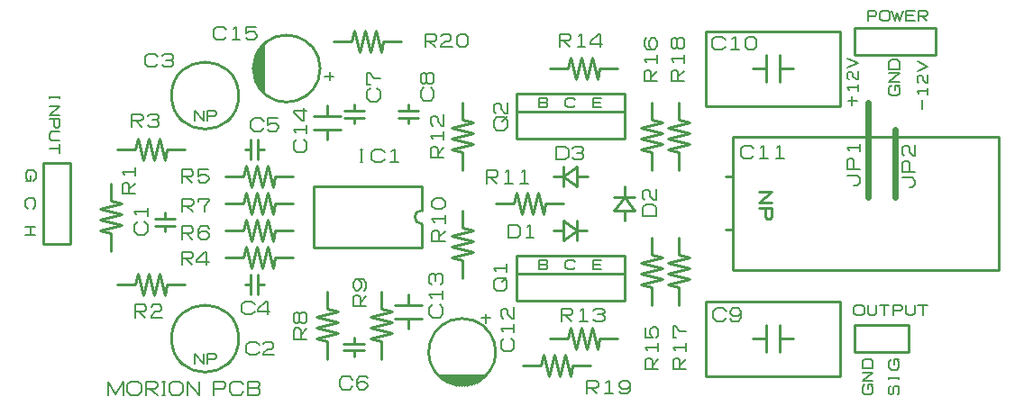
<source format=gto>
G71*G90*G75*D02*
%ASAXBY*OFA0B0*MOMM*FSLAX43Y43*IPPOS*%
%ADD11C,0.150*%
%ADD12C,0.200*%
%ADD13C,0.250*%
%ADD14C,0.600*%
%ADD25C,0.175*%
G54D11*
G01X185040Y106039D02*
X185658D01*
X185796Y106176D01*
Y106314D01*
X185658Y106452D01*
X185040D01*
Y105558D01*
X185658D01*
X185796Y105695D01*
Y105902D01*
X185658Y106039D01*
X188404Y105764D02*
X188198Y105558D01*
X187717D01*
X187511Y105764D01*
Y106245D01*
X187717Y106452D01*
X188198D01*
X188404Y106245D01*
X190120Y106039D02*
X190738D01*
X190876Y106452D02*
X190120D01*
Y105558D01*
X190876D01*
G54D13*
X193040Y105210D02*
X182880D01*
X193040Y102670D02*
Y106880D01*
X182880D01*
X193040Y102670D02*
X182880D01*
Y106880D02*
Y102670D01*
X188595Y109220D02*
X189547D01*
X187325D02*
X186372D01*
X188595Y110173D02*
Y108268D01*
Y109220D02*
X187325Y110173D01*
Y108268D01*
X188595Y109220D01*
X193040Y112395D02*
Y113347D01*
Y111125D02*
Y110172D01*
X192087Y112395D02*
X193992D01*
X193040D02*
X192087Y111125D01*
X193992D01*
X193040Y112395D01*
X187325Y114300D02*
X186373D01*
X188595D02*
X189548D01*
X187325Y113347D02*
Y115252D01*
Y114300D02*
X188595Y113347D01*
Y115252D01*
X187325Y114300D01*
G54D11*
X185040Y121279D02*
X185658D01*
X185796Y121416D01*
Y121554D01*
X185658Y121692D01*
X185040D01*
Y120798D01*
X185658D01*
X185796Y120935D01*
Y121142D01*
X185658Y121279D01*
X188404Y121004D02*
X188198Y120798D01*
X187717D01*
X187511Y121004D01*
Y121485D01*
X187717Y121692D01*
X188198D01*
X188404Y121485D01*
X190120Y121279D02*
X190738D01*
X190876Y121692D02*
X190120D01*
Y120798D01*
X190876D01*
G54D13*
X193040Y120450D02*
X182880D01*
X193040Y117910D02*
Y122120D01*
X182880D01*
X193040Y117910D02*
X182880D01*
Y122120D02*
Y117910D01*
X195580Y119610D02*
X196580Y119360D01*
X194580Y118860D01*
X196580Y118360D01*
X194580Y117860D01*
X196580Y117360D01*
X194580Y116860D01*
X195580Y116610D01*
Y121285D02*
Y119610D01*
Y116610D02*
Y114935D01*
Y106910D02*
X196580Y106660D01*
X194580Y106160D01*
X196580Y105660D01*
X194580Y105160D01*
X196580Y104660D01*
X194580Y104160D01*
X195580Y103910D01*
Y108585D02*
Y106910D01*
Y103910D02*
Y102235D01*
X190730Y124460D02*
X190480Y123460D01*
X189980Y125460D01*
X189480Y123460D01*
X188980Y125460D01*
X188480Y123460D01*
X187980Y125460D01*
X187730Y124460D01*
X192405D02*
X190730D01*
X187730D02*
X186055D01*
X190730Y99060D02*
X190480Y98060D01*
X189980Y100060D01*
X189480Y98060D01*
X188980Y100060D01*
X188480Y98060D01*
X187980Y100060D01*
X187730Y99060D01*
X192405D02*
X190730D01*
X187730D02*
X186055D01*
X200660Y127970D02*
X213260D01*
Y120950D01*
X200660Y127970D02*
Y120950D01*
X206315Y125730D02*
Y123190D01*
X207585Y125730D02*
Y123190D01*
Y124460D02*
X208855D01*
X206315D02*
X205045D01*
X213260Y120950D02*
X200660D01*
Y102570D02*
X213260D01*
Y95550D01*
X200660Y102570D02*
Y95550D01*
X206315Y100330D02*
Y97790D01*
X207585Y100330D02*
Y97790D01*
Y99060D02*
X208855D01*
X206315D02*
X205045D01*
X213260Y95550D02*
X200660D01*
X198120Y119610D02*
X199120Y119360D01*
X197120Y118860D01*
X199120Y118360D01*
X197120Y117860D01*
X199120Y117360D01*
X197120Y116860D01*
X198120Y116610D01*
Y121285D02*
Y119610D01*
Y116610D02*
Y114935D01*
Y106910D02*
X199120Y106660D01*
X197120Y106160D01*
X199120Y105660D01*
X197120Y105160D01*
X199120Y104660D01*
X197120Y104160D01*
X198120Y103910D01*
Y108585D02*
Y106910D01*
Y103910D02*
Y102235D01*
X177800Y109450D02*
X178800Y109200D01*
X176800Y108700D01*
X178800Y108200D01*
X176800Y107700D01*
X178800Y107200D01*
X176800Y106700D01*
X177800Y106450D01*
Y111125D02*
Y109450D01*
Y106450D02*
Y104775D01*
X176059Y95185D02*
G02X179541Y95185I1741J2625D01*
G01X175603Y95605D02*
Y95552D01*
X175840Y95605D02*
Y95344D01*
X176077Y95605D02*
Y95173D01*
X176314Y95605D02*
Y95032D01*
X176551Y95605D02*
Y94918D01*
X176788Y95605D02*
Y94827D01*
X177025Y95605D02*
Y94757D01*
X177262Y95605D02*
Y94706D01*
X177499Y95605D02*
Y94674D01*
X177736Y95605D02*
Y94661D01*
X177973Y95605D02*
Y94665D01*
X178210Y95605D02*
Y94687D01*
X178447Y95605D02*
Y94727D01*
X178684Y95605D02*
Y94787D01*
X178921Y95605D02*
Y94866D01*
X179158Y95605D02*
Y94968D01*
X179395Y95605D02*
Y95094D01*
X179632Y95605D02*
Y95248D01*
X179869Y95605D02*
Y95435D01*
X180050Y95605D02*
G02X175550Y95605I-2250J2205D01*
G01X180050D01*
G54D11*
X179594Y100980D02*
X180419D01*
X180044Y101355D02*
Y100530D01*
G54D13*
X173990Y111125D02*
Y113347D01*
X163830D01*
Y107632D01*
X173990D01*
Y109855D01*
G02X173990Y111125I0J635D01*
G01X172720Y102235D02*
Y103187D01*
X173990Y102235D02*
X171450D01*
X173990Y100965D02*
X171450D01*
X172720D02*
Y100012D01*
X165100Y118745D02*
Y117793D01*
X163830Y118745D02*
X166370D01*
X163830Y120015D02*
X166370D01*
X165100D02*
Y120968D01*
X170410Y127000D02*
X170160Y126000D01*
X169660Y128000D01*
X169160Y126000D01*
X168660Y128000D01*
X168160Y126000D01*
X167660Y128000D01*
X167410Y127000D01*
X172085D02*
X170410D01*
X167410D02*
X165735D01*
X170180Y101830D02*
X171180Y101580D01*
X169180Y101080D01*
X171180Y100580D01*
X169180Y100080D01*
X171180Y99580D01*
X169180Y99080D01*
X170180Y98830D01*
Y103505D02*
Y101830D01*
Y98830D02*
Y97155D01*
X165100Y101830D02*
X166100Y101580D01*
X164100Y101080D01*
X166100Y100580D01*
X164100Y100080D01*
X166100Y99580D01*
X164100Y99080D01*
X165100Y98830D01*
Y103505D02*
Y101830D01*
Y98830D02*
Y97155D01*
X166687Y97953D02*
X168592D01*
X166687Y98588D02*
X168592D01*
X167640Y97953D02*
Y97381D01*
Y98588D02*
Y99156D01*
X188190Y96520D02*
X187940Y95520D01*
X187440Y97520D01*
X186940Y95520D01*
X186440Y97520D01*
X185940Y95520D01*
X185440Y97520D01*
X185190Y96520D01*
X189865D02*
X188190D01*
X185190D02*
X183515D01*
X160250Y114300D02*
X160000Y113300D01*
X159500Y115300D01*
X159000Y113300D01*
X158500Y115300D01*
X158000Y113300D01*
X157500Y115300D01*
X157250Y114300D01*
X161925D02*
X160250D01*
X157250D02*
X155575D01*
X160250Y111760D02*
X160000Y110760D01*
X159500Y112760D01*
X159000Y110760D01*
X158500Y112760D01*
X158000Y110760D01*
X157500Y112760D01*
X157250Y111760D01*
X161925D02*
X160250D01*
X157250D02*
X155575D01*
X160250Y109220D02*
X160000Y108220D01*
X159500Y110220D01*
X159000Y108220D01*
X158500Y110220D01*
X158000Y108220D01*
X157500Y110220D01*
X157250Y109220D01*
X161925D02*
X160250D01*
X157250D02*
X155575D01*
X160250Y106680D02*
X160000Y105680D01*
X159500Y107680D01*
X159000Y105680D01*
X158500Y107680D01*
X158000Y105680D01*
X157500Y107680D01*
X157250Y106680D01*
X161925D02*
X160250D01*
X157250D02*
X155575D01*
X156800Y99060D02*
G02X150500Y99060I-3150J0D01*
X156800Y99060I3150J0D01*
G54D11*
G01X152694Y96677D02*
Y97652D01*
X153519Y96677D01*
Y97652D01*
X153894Y96677D02*
Y97652D01*
X154569D01*
X154719Y97502D01*
Y97277D01*
X154569Y97127D01*
X153894D01*
G54D13*
X156800Y121920D02*
G02X150500Y121920I-3150J0D01*
X156800Y121920I3150J0D01*
G54D11*
G01X152694Y119537D02*
Y120512D01*
X153519Y119537D01*
Y120512D01*
X153894Y119537D02*
Y120512D01*
X154569D01*
X154719Y120362D01*
Y120137D01*
X154569Y119987D01*
X153894D01*
G54D13*
X158587Y115887D02*
Y117792D01*
X157952Y115887D02*
Y117792D01*
X158587Y116840D02*
X159159D01*
X157952D02*
X157384D01*
X158587Y103187D02*
Y105092D01*
X157952Y103187D02*
Y105092D01*
X158587Y104140D02*
X159159D01*
X157952D02*
X157384D01*
X158685Y122719D02*
G03X158685Y126201I2625J1741D01*
G01X159105Y126657D02*
X159052D01*
X159105Y126420D02*
X158844D01*
X159105Y126183D02*
X158673D01*
X159105Y125946D02*
X158532D01*
X159105Y125709D02*
X158418D01*
X159105Y125472D02*
X158327D01*
X159105Y125235D02*
X158257D01*
X159105Y124998D02*
X158206D01*
X159105Y124761D02*
X158174D01*
X159105Y124524D02*
X158161D01*
X159105Y124287D02*
X158165D01*
X159105Y124050D02*
X158187D01*
X159105Y123813D02*
X158227D01*
X159105Y123576D02*
X158287D01*
X159105Y123339D02*
X158366D01*
X159105Y123102D02*
X158468D01*
X159105Y122865D02*
X158594D01*
X159105Y122628D02*
X158748D01*
X159105Y122391D02*
X158935D01*
X159105Y122210D02*
G02X159105Y126710I2205J2250D01*
G01Y122210D01*
G54D11*
X165340Y124158D02*
Y123333D01*
X165715Y123708D02*
X164890D01*
G54D13*
X173673Y120487D02*
X171768D01*
X173673Y119852D02*
X171768D01*
X172720Y120487D02*
Y121059D01*
Y119852D02*
Y119284D01*
X168593Y120487D02*
X166688D01*
X168593Y119852D02*
X166688D01*
X167640Y120487D02*
Y121059D01*
Y119852D02*
Y119284D01*
X177800Y119610D02*
X178800Y119360D01*
X176800Y118860D01*
X178800Y118360D01*
X176800Y117860D01*
X178800Y117360D01*
X176800Y116860D01*
X177800Y116610D01*
Y121285D02*
Y119610D01*
Y116610D02*
Y114935D01*
X185650Y111760D02*
X185400Y110760D01*
X184900Y112760D01*
X184400Y110760D01*
X183900Y112760D01*
X183400Y110760D01*
X182900Y112760D01*
X182650Y111760D01*
X187325D02*
X185650D01*
X182650D02*
X180975D01*
X150090Y116840D02*
X149840Y115840D01*
X149340Y117840D01*
X148840Y115840D01*
X148340Y117840D01*
X147840Y115840D01*
X147340Y117840D01*
X147090Y116840D01*
X151765D02*
X150090D01*
X147090D02*
X145415D01*
X150090Y104140D02*
X149840Y103140D01*
X149340Y105140D01*
X148840Y103140D01*
X148340Y105140D01*
X147840Y103140D01*
X147340Y105140D01*
X147090Y104140D01*
X151765D02*
X150090D01*
X147090D02*
X145415D01*
X144780Y111990D02*
X145780Y111740D01*
X143780Y111240D01*
X145780Y110740D01*
X143780Y110240D01*
X145780Y109740D01*
X143780Y109240D01*
X144780Y108990D01*
Y113665D02*
Y111990D01*
Y108990D02*
Y107315D01*
X150813Y110327D02*
X148908D01*
X150813Y109692D02*
X148908D01*
X149860Y110327D02*
Y110899D01*
Y109692D02*
Y109124D01*
G54D14*
X218440Y118745D02*
Y112395D01*
X215900Y121285D02*
Y112395D01*
G54D13*
X228200Y118050D02*
X203200D01*
X228200Y105550D02*
Y118050D01*
X203200D02*
Y105550D01*
X205674Y112880D02*
X206892D01*
X205674Y111849D01*
X206892D01*
X205674Y111380D02*
X206892D01*
Y110537D01*
X206705Y110349D01*
X206424D01*
X206236Y110537D01*
Y111380D01*
X203200Y114300D02*
X202565D01*
X203200Y109300D02*
X202565D01*
X203200Y105550D02*
X228200D01*
G54D25*
X146784Y118966D02*
Y120184D01*
X147628D01*
X147816Y119997D01*
Y119716D01*
X147628Y119528D01*
X146784D01*
X147160D02*
X147722Y118966D01*
X148284Y119153D02*
X148472Y118966D01*
X149128D01*
X149316Y119153D01*
Y119434D01*
X149128Y119622D01*
X148660D01*
X149128D02*
X149316Y119810D01*
Y119997D01*
X149128Y120184D01*
X148472D01*
X148284Y119997D01*
X151500Y108397D02*
Y109616D01*
X152344D01*
X152532Y109428D01*
Y109147D01*
X152344Y108959D01*
X151500D01*
X151876D02*
X152438Y108397D01*
X153000Y108866D02*
X153282Y109147D01*
X153750D01*
X154032Y108866D01*
Y108678D01*
X153750Y108397D01*
X153282D01*
X153000Y108678D01*
Y109334D01*
X153282Y109616D01*
X153844D01*
X154032Y109428D01*
X151530Y110997D02*
Y112216D01*
X152374D01*
X152562Y112028D01*
Y111747D01*
X152374Y111559D01*
X151530D01*
X151906D02*
X152468Y110997D01*
X153593D02*
Y111559D01*
X154062Y112028D01*
Y112216D01*
X153030D01*
Y111934D01*
X151464Y106008D02*
Y107226D01*
X152307D01*
X152495Y107039D01*
Y106758D01*
X152307Y106570D01*
X151464D01*
X151838D02*
X152401Y106008D01*
X153807D02*
Y107226D01*
X153620D01*
X152870Y106476D01*
Y106289D01*
X153995D01*
X151476Y113748D02*
Y114966D01*
X152319D01*
X152507Y114779D01*
Y114498D01*
X152319Y114310D01*
X151476D01*
X151850D02*
X152413Y113748D01*
X152976Y113935D02*
X153163Y113748D01*
X153726D01*
X154007Y114029D01*
Y114216D01*
X153726Y114498D01*
X153257D01*
X152976Y114310D01*
Y114966D01*
X153913D01*
X176073Y116084D02*
X174854D01*
Y116927D01*
X175042Y117115D01*
X175323D01*
X175511Y116927D01*
Y116084D01*
Y116458D02*
X176073Y117021D01*
Y117771D02*
Y118521D01*
Y118146D02*
X174854D01*
X175042Y117865D01*
Y119084D02*
X174854Y119271D01*
Y119834D01*
X175042Y120021D01*
X175323D01*
X175511Y119834D01*
Y119458D01*
X175886Y119084D01*
X176073D01*
Y120115D01*
X147086Y101044D02*
Y102262D01*
X147930D01*
X148118Y102075D01*
Y101794D01*
X147930Y101606D01*
X147086D01*
X147462D02*
X148024Y101044D01*
X148586Y102075D02*
X148774Y102262D01*
X149336D01*
X149524Y102075D01*
Y101794D01*
X149336Y101606D01*
X148962D01*
X148586Y101231D01*
Y101044D01*
X149618D01*
X163193Y99026D02*
X161974D01*
Y99870D01*
X162162Y100058D01*
X162443D01*
X162631Y99870D01*
Y99026D01*
Y99402D02*
X163193Y99964D01*
X162537Y100714D02*
X162724Y100526D01*
X163006D01*
X163193Y100714D01*
Y101370D01*
X163006Y101558D01*
X162724D01*
X162537Y101370D01*
Y100714D01*
X162350Y100526D01*
X162162D01*
X161974Y100714D01*
Y101370D01*
X162162Y101558D01*
X162350D01*
X162537Y101370D01*
X168788Y102094D02*
X167570D01*
Y102938D01*
X167757Y103126D01*
X168038D01*
X168226Y102938D01*
Y102094D01*
Y102470D02*
X168788Y103032D01*
X168601Y103594D02*
X168788Y103782D01*
Y104344D01*
X168507Y104626D01*
X167851D01*
X167570Y104344D01*
Y103876D01*
X167851Y103594D01*
X168038D01*
X168320Y103876D01*
Y104344D01*
X168038Y104626D01*
X187136Y100677D02*
Y101896D01*
X187979D01*
X188167Y101708D01*
Y101427D01*
X187979Y101239D01*
X187136D01*
X187510D02*
X188073Y100677D01*
X188823D02*
X189573D01*
X189198D02*
Y101896D01*
X188917Y101708D01*
X190136Y100864D02*
X190323Y100677D01*
X190979D01*
X191167Y100864D01*
Y101146D01*
X190979Y101333D01*
X190510D01*
X190979D02*
X191167Y101520D01*
Y101708D01*
X190979Y101896D01*
X190323D01*
X190136Y101708D01*
X189534Y93873D02*
Y95092D01*
X190377D01*
X190565Y94904D01*
Y94623D01*
X190377Y94435D01*
X189534D01*
X189908D02*
X190471Y93873D01*
X191221D02*
X191971D01*
X191596D02*
Y95092D01*
X191315Y94904D01*
X192534Y94060D02*
X192721Y93873D01*
X193284D01*
X193565Y94154D01*
Y94810D01*
X193284Y95092D01*
X192815D01*
X192534Y94810D01*
Y94623D01*
X192815Y94342D01*
X193284D01*
X193565Y94623D01*
X196219Y96178D02*
X195000D01*
Y97022D01*
X195188Y97210D01*
X195469D01*
X195657Y97022D01*
Y96178D01*
Y96554D02*
X196219Y97116D01*
Y97866D02*
Y98616D01*
Y98241D02*
X195000D01*
X195188Y97960D01*
X196032Y99178D02*
X196219Y99366D01*
Y99928D01*
X195938Y100210D01*
X195750D01*
X195469Y99928D01*
Y99460D01*
X195657Y99178D01*
X195000D01*
Y100116D01*
X198814Y96198D02*
X197596D01*
Y97041D01*
X197783Y97229D01*
X198064D01*
X198252Y97041D01*
Y96198D01*
Y96572D02*
X198814Y97135D01*
Y97885D02*
Y98635D01*
Y98260D02*
X197596D01*
X197783Y97979D01*
X198814Y99760D02*
X198252D01*
X197783Y100229D01*
X197596D01*
Y99198D01*
X197877D01*
X196111Y123280D02*
X194892D01*
Y124123D01*
X195080Y124311D01*
X195361D01*
X195549Y124123D01*
Y123280D01*
Y123654D02*
X196111Y124217D01*
Y124967D02*
Y125717D01*
Y125342D02*
X194892D01*
X195080Y125061D01*
X195642Y126280D02*
X195361Y126561D01*
Y127030D01*
X195642Y127311D01*
X195830D01*
X196111Y127030D01*
Y126561D01*
X195830Y126280D01*
X195174D01*
X194892Y126561D01*
Y127123D01*
X195080Y127311D01*
X198641Y123308D02*
X197422D01*
Y124152D01*
X197610Y124340D01*
X197891D01*
X198079Y124152D01*
Y123308D01*
Y123684D02*
X198641Y124246D01*
Y124996D02*
Y125746D01*
Y125371D02*
X197422D01*
X197610Y125090D01*
X197985Y126496D02*
X198172Y126308D01*
X198454D01*
X198641Y126496D01*
Y127152D01*
X198454Y127340D01*
X198172D01*
X197985Y127152D01*
Y126496D01*
X197798Y126308D01*
X197610D01*
X197422Y126496D01*
Y127152D01*
X197610Y127340D01*
X197798D01*
X197985Y127152D01*
X174322Y126467D02*
Y127686D01*
X175165D01*
X175353Y127498D01*
Y127217D01*
X175165Y127029D01*
X174322D01*
X174696D02*
X175259Y126467D01*
X175822Y127498D02*
X176009Y127686D01*
X176572D01*
X176759Y127498D01*
Y127217D01*
X176572Y127029D01*
X176196D01*
X175822Y126654D01*
Y126467D01*
X176853D01*
X177322Y126748D02*
X177603Y126467D01*
X178072D01*
X178353Y126748D01*
Y127404D01*
X178072Y127686D01*
X177603D01*
X177322Y127404D01*
Y126748D01*
X181528Y104374D02*
X181997Y104842D01*
X181716Y104748D02*
X181060D01*
X180778Y104467D01*
Y103811D01*
X181060Y103530D01*
X181716D01*
X181997Y103811D01*
Y104467D01*
X181716Y104748D01*
X181997Y105311D02*
Y106061D01*
Y105686D02*
X180778D01*
X180966Y105405D01*
X182108Y108543D02*
X182951D01*
X183232Y108824D01*
Y109480D01*
X182951Y109762D01*
X182108D01*
Y108543D01*
X183795D02*
X184545D01*
X184170D02*
Y109762D01*
X183889Y109574D01*
X186658Y115890D02*
X187502D01*
X187784Y116171D01*
Y116827D01*
X187502Y117108D01*
X186658D01*
Y115890D01*
X188158Y116077D02*
X188346Y115890D01*
X189002D01*
X189190Y116077D01*
Y116358D01*
X189002Y116546D01*
X188534D01*
X189002D02*
X189190Y116734D01*
Y116921D01*
X189002Y117108D01*
X188346D01*
X188158Y116921D01*
X180094Y113674D02*
Y114892D01*
X180938D01*
X181126Y114705D01*
Y114424D01*
X180938Y114236D01*
X180094D01*
X180470D02*
X181032Y113674D01*
X181782D02*
X182532D01*
X182157D02*
Y114892D01*
X181876Y114705D01*
X183282Y113674D02*
X184032D01*
X183657D02*
Y114892D01*
X183376Y114705D01*
X181548Y119506D02*
X182016Y119974D01*
X181735Y119880D02*
X181079D01*
X180798Y119599D01*
Y118943D01*
X181079Y118662D01*
X181735D01*
X182016Y118943D01*
Y119599D01*
X181735Y119880D01*
X180985Y120256D02*
X180798Y120443D01*
Y121006D01*
X180985Y121193D01*
X181266D01*
X181454Y121006D01*
Y120630D01*
X181829Y120256D01*
X182016D01*
Y121287D01*
X186938Y126505D02*
Y127724D01*
X187781D01*
X187969Y127536D01*
Y127255D01*
X187781Y127067D01*
X186938D01*
X187312D02*
X187875Y126505D01*
X188625D02*
X189375D01*
X189000D02*
Y127724D01*
X188719Y127536D01*
X190781Y126505D02*
Y127724D01*
X190594D01*
X189844Y126974D01*
Y126786D01*
X190969D01*
X195990Y110606D02*
Y111449D01*
X195709Y111730D01*
X195053D01*
X194772Y111449D01*
Y110606D01*
X195990D01*
X194959Y112106D02*
X194772Y112293D01*
Y112856D01*
X194959Y113043D01*
X195240D01*
X195428Y112856D01*
Y112480D01*
X195803Y112106D01*
X195990D01*
Y113137D01*
X147963Y110062D02*
X148244Y109781D01*
Y109125D01*
X147963Y108844D01*
X147307D01*
X147026Y109125D01*
Y109781D01*
X147307Y110062D01*
X148244Y110625D02*
Y111375D01*
Y111000D02*
X147026D01*
X147213Y110719D01*
X158316Y101649D02*
X158035Y101368D01*
X157379D01*
X157098Y101649D01*
Y102305D01*
X157379Y102586D01*
X158035D01*
X158316Y102305D01*
X159535Y101368D02*
Y102586D01*
X159348D01*
X158598Y101836D01*
Y101649D01*
X159723D01*
X159168Y118849D02*
X158887Y118568D01*
X158231D01*
X157950Y118849D01*
Y119505D01*
X158231Y119786D01*
X158887D01*
X159168Y119505D01*
X159544Y118755D02*
X159731Y118568D01*
X160294D01*
X160575Y118849D01*
Y119036D01*
X160294Y119318D01*
X159825D01*
X159544Y119130D01*
Y119786D01*
X160481D01*
X167504Y94560D02*
X167222Y94279D01*
X166566D01*
X166285Y94560D01*
Y95216D01*
X166566Y95498D01*
X167222D01*
X167504Y95216D01*
X167878Y94748D02*
X168160Y95029D01*
X168628D01*
X168910Y94748D01*
Y94560D01*
X168628Y94279D01*
X168160D01*
X167878Y94560D01*
Y95216D01*
X168160Y95498D01*
X168722D01*
X168910Y95310D01*
X169818Y122602D02*
X170099Y122321D01*
Y121665D01*
X169818Y121384D01*
X169162D01*
X168880Y121665D01*
Y122321D01*
X169162Y122602D01*
X170099Y123540D02*
X169537D01*
X169068Y124009D01*
X168880D01*
Y122978D01*
X169162D01*
X174830Y122680D02*
X175111Y122398D01*
Y121742D01*
X174830Y121461D01*
X174174D01*
X173892Y121742D01*
Y122398D01*
X174174Y122680D01*
X174455Y123242D02*
X174642Y123054D01*
X174924D01*
X175111Y123242D01*
Y123898D01*
X174924Y124086D01*
X174642D01*
X174455Y123898D01*
Y123242D01*
X174268Y123054D01*
X174080D01*
X173892Y123242D01*
Y123898D01*
X174080Y124086D01*
X174268D01*
X174455Y123898D01*
X175666Y102262D02*
X175947Y101981D01*
Y101325D01*
X175666Y101044D01*
X175010D01*
X174728Y101325D01*
Y101981D01*
X175010Y102262D01*
X175947Y102825D02*
Y103575D01*
Y103200D02*
X174728D01*
X174916Y102919D01*
X175760Y104138D02*
X175947Y104325D01*
Y104981D01*
X175760Y105169D01*
X175478D01*
X175291Y104981D01*
Y104512D01*
Y104981D02*
X175104Y105169D01*
X174916D01*
X174728Y104981D01*
Y104325D01*
X174916Y104138D01*
X176188Y108232D02*
X174970D01*
Y109076D01*
X175157Y109264D01*
X175438D01*
X175626Y109076D01*
Y108232D01*
Y108608D02*
X176188Y109170D01*
Y109920D02*
Y110670D01*
Y110295D02*
X174970D01*
X175157Y110014D01*
X175907Y111232D02*
X176188Y111514D01*
Y111982D01*
X175907Y112264D01*
X175251D01*
X174970Y111982D01*
Y111514D01*
X175251Y111232D01*
X175907D01*
X162923Y117806D02*
X163204Y117525D01*
Y116869D01*
X162923Y116588D01*
X162267D01*
X161986Y116869D01*
Y117525D01*
X162267Y117806D01*
X163204Y118369D02*
Y119119D01*
Y118744D02*
X161986D01*
X162173Y118463D01*
X163204Y120525D02*
X161986D01*
Y120338D01*
X162736Y119588D01*
X162923D01*
Y120713D01*
X205192Y116296D02*
X204911Y116015D01*
X204255D01*
X203974Y116296D01*
Y116952D01*
X204255Y117234D01*
X204911D01*
X205192Y116952D01*
X205755Y116015D02*
X206505D01*
X206130D02*
Y117234D01*
X205849Y117046D01*
X207255Y116015D02*
X208005D01*
X207630D02*
Y117234D01*
X207349Y117046D01*
X202504Y126540D02*
X202222Y126259D01*
X201566D01*
X201285Y126540D01*
Y127196D01*
X201566Y127478D01*
X202222D01*
X202504Y127196D01*
X203066Y126259D02*
X203816D01*
X203441D02*
Y127478D01*
X203160Y127290D01*
X204378Y126540D02*
X204660Y126259D01*
X205128D01*
X205410Y126540D01*
Y127196D01*
X205128Y127478D01*
X204660D01*
X204378Y127196D01*
Y126540D01*
X202596Y100992D02*
X202314Y100711D01*
X201658D01*
X201377Y100992D01*
Y101648D01*
X201658Y101930D01*
X202314D01*
X202596Y101648D01*
X202970Y100898D02*
X203158Y100711D01*
X203720D01*
X204002Y100992D01*
Y101648D01*
X203720Y101930D01*
X203252D01*
X202970Y101648D01*
Y101461D01*
X203252Y101180D01*
X203720D01*
X204002Y101461D01*
X168254Y115635D02*
X168442D01*
Y116854D02*
X168254D01*
X168348D02*
Y115635D01*
X170504Y115916D02*
X170223Y115635D01*
X169567D01*
X169286Y115916D01*
Y116572D01*
X169567Y116854D01*
X170223D01*
X170504Y116572D01*
X171067Y115635D02*
X171817D01*
X171442D02*
Y116854D01*
X171161Y116666D01*
X214596Y113462D02*
X214877D01*
X215158Y113744D01*
Y114119D01*
X214877Y114400D01*
X213940D01*
X215158Y114962D02*
X213940D01*
Y115806D01*
X214127Y115994D01*
X214408D01*
X214596Y115806D01*
Y114962D01*
X215158Y116650D02*
Y117400D01*
Y117025D02*
X213940D01*
X214127Y116744D01*
X219804Y113264D02*
X220085D01*
X220366Y113545D01*
Y113920D01*
X220085Y114201D01*
X219148D01*
X220366Y114764D02*
X219148D01*
Y115607D01*
X219335Y115795D01*
X219616D01*
X219804Y115607D01*
Y114764D01*
X219335Y116264D02*
X219148Y116451D01*
Y117014D01*
X219335Y117201D01*
X219616D01*
X219804Y117014D01*
Y116638D01*
X220179Y116264D01*
X220366D01*
Y117295D01*
X155636Y127455D02*
X155354Y127174D01*
X154698D01*
X154417Y127455D01*
Y128111D01*
X154698Y128393D01*
X155354D01*
X155636Y128111D01*
X156198Y127174D02*
X156948D01*
X156573D02*
Y128393D01*
X156292Y128205D01*
X157510Y127361D02*
X157698Y127174D01*
X158260D01*
X158542Y127455D01*
Y127642D01*
X158260Y127924D01*
X157792D01*
X157510Y127736D01*
Y128393D01*
X158448D01*
X149220Y124883D02*
X148939Y124602D01*
X148283D01*
X148002Y124883D01*
Y125539D01*
X148283Y125820D01*
X148939D01*
X149220Y125539D01*
X149596Y124789D02*
X149783Y124602D01*
X150439D01*
X150627Y124789D01*
Y125070D01*
X150439Y125258D01*
X149970D01*
X150439D02*
X150627Y125446D01*
Y125633D01*
X150439Y125820D01*
X149783D01*
X149596Y125633D01*
X158752Y97791D02*
X158470Y97510D01*
X157814D01*
X157533Y97791D01*
Y98447D01*
X157814Y98728D01*
X158470D01*
X158752Y98447D01*
X159126Y98541D02*
X159314Y98728D01*
X159876D01*
X160064Y98541D01*
Y98260D01*
X159876Y98072D01*
X159502D01*
X159126Y97697D01*
Y97510D01*
X160158D01*
X182374Y99098D02*
X182655Y98816D01*
Y98160D01*
X182374Y97879D01*
X181718D01*
X181436Y98160D01*
Y98816D01*
X181718Y99098D01*
X182655Y99660D02*
Y100410D01*
Y100035D02*
X181436D01*
X181624Y99754D01*
Y100972D02*
X181436Y101160D01*
Y101722D01*
X181624Y101910D01*
X181905D01*
X182093Y101722D01*
Y101348D01*
X182468Y100972D01*
X182655D01*
Y102004D01*
G54D13*
X214630Y128270D02*
Y125730D01*
X222250D01*
Y128270D01*
X214630D01*
G54D11*
X218432Y122435D02*
Y122885D01*
X218882D01*
X218657D02*
X218882Y122660D01*
Y122135D01*
X218657Y121910D01*
X218132D01*
X217907Y122135D01*
Y122660D01*
X218132Y122885D01*
X218882Y123185D02*
X217907D01*
X218882Y124010D01*
X217907D01*
X218882Y124385D02*
Y125060D01*
X218657Y125285D01*
X218132D01*
X217907Y125060D01*
Y124385D01*
X218882D01*
X220989Y120685D02*
Y121510D01*
X221514Y122035D02*
Y122635D01*
Y122335D02*
X220539D01*
X220689Y122110D01*
Y123085D02*
X220539Y123235D01*
Y123685D01*
X220689Y123835D01*
X220914D01*
X221064Y123685D01*
Y123385D01*
X221364Y123085D01*
X221514D01*
Y123910D01*
X220539Y124210D02*
X221514Y124660D01*
X220539Y125110D01*
X214877Y121397D02*
X214052D01*
X214427Y121022D02*
Y121847D01*
X214952Y122372D02*
Y122972D01*
Y122672D02*
X213977D01*
X214127Y122447D01*
Y123422D02*
X213977Y123572D01*
Y124022D01*
X214127Y124172D01*
X214352D01*
X214502Y124022D01*
Y123722D01*
X214802Y123422D01*
X214952D01*
Y124247D01*
X213977Y124547D02*
X214952Y124997D01*
X213977Y125447D01*
X215886Y128933D02*
Y129908D01*
X216561D01*
X216711Y129758D01*
Y129533D01*
X216561Y129383D01*
X215886D01*
X217236Y128933D02*
X217011Y129158D01*
Y129683D01*
X217236Y129908D01*
X217761D01*
X217986Y129683D01*
Y129158D01*
X217761Y128933D01*
X217236D01*
X218136Y129908D02*
X218436Y128933D01*
X218661Y129683D01*
X218886Y128933D01*
X219186Y129908D01*
X219486Y129458D02*
X220161D01*
X220311Y129908D02*
X219486D01*
Y128933D01*
X220311D01*
X220686D02*
Y129908D01*
X221361D01*
X221511Y129758D01*
Y129533D01*
X221361Y129383D01*
X220686D01*
X220986D02*
X221436Y128933D01*
G54D13*
X214630Y100330D02*
Y97790D01*
X219710D01*
Y100330D01*
X214630D01*
G54D11*
X215910Y94319D02*
Y94769D01*
X216360D01*
X216135D02*
X216360Y94544D01*
Y94019D01*
X216135Y93794D01*
X215610D01*
X215385Y94019D01*
Y94544D01*
X215610Y94769D01*
X216360Y95069D02*
X215385D01*
X216360Y95894D01*
X215385D01*
X216360Y96269D02*
Y96944D01*
X216135Y97169D01*
X215610D01*
X215385Y96944D01*
Y96269D01*
X216360D01*
X218682Y93800D02*
X218832Y93950D01*
Y94475D01*
X218682Y94625D01*
X218457D01*
X218307Y94475D01*
Y93950D01*
X218157Y93800D01*
X218007D01*
X217857Y93950D01*
Y94475D01*
X218007Y94625D01*
X218832Y95300D02*
Y95450D01*
X217857D02*
Y95300D01*
Y95375D02*
X218832D01*
X218382Y96650D02*
Y97100D01*
X218832D01*
X218607D02*
X218832Y96875D01*
Y96350D01*
X218607Y96125D01*
X218082D01*
X217857Y96350D01*
Y96875D01*
X218082Y97100D01*
X214831Y101251D02*
X214606Y101476D01*
Y102001D01*
X214831Y102226D01*
X215356D01*
X215581Y102001D01*
Y101476D01*
X215356Y101251D01*
X214831D01*
X215881Y102226D02*
Y101476D01*
X216106Y101251D01*
X216481D01*
X216706Y101476D01*
Y102226D01*
X217456Y101251D02*
Y102226D01*
X217006D02*
X217906D01*
X218281Y101251D02*
Y102226D01*
X218956D01*
X219106Y102076D01*
Y101851D01*
X218956Y101701D01*
X218281D01*
X219481Y102226D02*
Y101476D01*
X219706Y101251D01*
X220081D01*
X220306Y101476D01*
Y102226D01*
X221056Y101251D02*
Y102226D01*
X220606D02*
X221506D01*
G54D12*
X144566Y93751D02*
Y95051D01*
X145266Y93851D01*
X145966Y95051D01*
Y93751D01*
X149666D02*
X149866D01*
Y95051D02*
X149666D01*
X149766D02*
Y93751D01*
X146666D02*
X146366Y94051D01*
Y94751D01*
X146666Y95051D01*
X147366D01*
X147666Y94751D01*
Y94051D01*
X147366Y93751D01*
X146666D01*
X148066D02*
Y95051D01*
X148966D01*
X149166Y94851D01*
Y94551D01*
X148966Y94351D01*
X148066D01*
X148466D02*
X149179Y93734D01*
X150566Y93751D02*
X150266Y94051D01*
Y94751D01*
X150566Y95051D01*
X151266D01*
X151566Y94751D01*
Y94051D01*
X151266Y93751D01*
X150566D01*
X151966D02*
Y95051D01*
X153066Y93751D01*
Y95051D01*
X157666Y94451D02*
X158566D01*
X158766Y94651D01*
Y94851D01*
X158566Y95051D01*
X157666D01*
Y93751D01*
X158566D01*
X158766Y93951D01*
Y94251D01*
X158566Y94451D01*
X157266Y94051D02*
X156966Y93751D01*
X156266D01*
X155966Y94051D01*
Y94751D01*
X156266Y95051D01*
X156966D01*
X157266Y94751D01*
X154466Y93751D02*
Y95051D01*
X155366D01*
X155566Y94851D01*
Y94551D01*
X155366Y94351D01*
X154466D01*
G54D25*
X147097Y112716D02*
X145878D01*
Y113560D01*
X146066Y113748D01*
X146347D01*
X146535Y113560D01*
Y112716D01*
Y113092D02*
X147097Y113654D01*
Y114404D02*
Y115154D01*
Y114779D02*
X145878D01*
X146066Y114498D01*
G54D13*
X138430Y115570D02*
Y107950D01*
X140970D01*
Y115570D01*
X138430D01*
G54D11*
X139019Y121810D02*
Y121660D01*
X139994D02*
Y121810D01*
Y121735D02*
X139019D01*
Y120910D02*
X139994D01*
X139019Y120085D01*
X139994D01*
X139019Y119710D02*
X139994D01*
Y119035D01*
X139844Y118885D01*
X139619D01*
X139469Y119035D01*
Y119710D01*
X139994Y118510D02*
X139244D01*
X139019Y118285D01*
Y117910D01*
X139244Y117685D01*
X139994D01*
X139019Y116935D02*
X139994D01*
Y117385D02*
Y116485D01*
X137261Y114380D02*
Y113930D01*
X136811D01*
X137036D02*
X136811Y114155D01*
Y114680D01*
X137036Y114905D01*
X137561D01*
X137786Y114680D01*
Y114155D01*
X137561Y113930D01*
X136980Y111276D02*
X136755Y111501D01*
Y112026D01*
X136980Y112251D01*
X137505D01*
X137730Y112026D01*
Y111501D01*
X137505Y111276D01*
X136754Y109607D02*
X137729D01*
X137279D02*
Y108782D01*
X137729D02*
X136754D01*
G01X0Y0D02*
M02*

</source>
